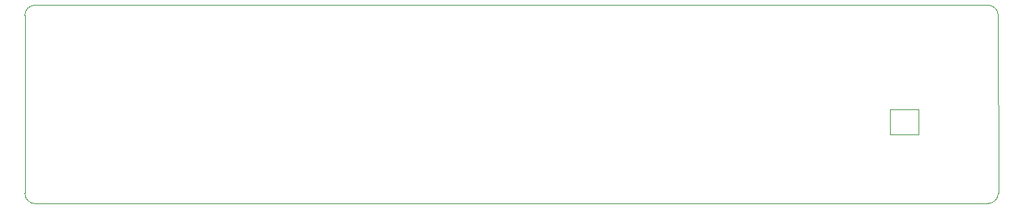
<source format=gm1>
G04 #@! TF.GenerationSoftware,KiCad,Pcbnew,(6.0.6-0)*
G04 #@! TF.CreationDate,2022-09-04T13:15:18-04:00*
G04 #@! TF.ProjectId,dial_toner_mx,6469616c-5f74-46f6-9e65-725f6d782e6b,rev?*
G04 #@! TF.SameCoordinates,Original*
G04 #@! TF.FileFunction,Profile,NP*
%FSLAX46Y46*%
G04 Gerber Fmt 4.6, Leading zero omitted, Abs format (unit mm)*
G04 Created by KiCad (PCBNEW (6.0.6-0)) date 2022-09-04 13:15:18*
%MOMM*%
%LPD*%
G01*
G04 APERTURE LIST*
G04 #@! TA.AperFunction,Profile*
%ADD10C,0.100000*%
G04 #@! TD*
G04 #@! TA.AperFunction,Profile*
%ADD11C,0.120000*%
G04 #@! TD*
G04 APERTURE END LIST*
D10*
X203971026Y-140716000D02*
G75*
G03*
X205241026Y-139446000I0J1270000D01*
G01*
X86877026Y-139455026D02*
X86877026Y-117865026D01*
X205232000Y-117874052D02*
G75*
G03*
X203962000Y-116604052I-1269974J26D01*
G01*
X88147026Y-116595026D02*
G75*
G03*
X86877026Y-117865026I0J-1270000D01*
G01*
X203971026Y-140716000D02*
X88147026Y-140725026D01*
X86877026Y-139455026D02*
G75*
G03*
X88147026Y-140725026I1270000J0D01*
G01*
X88147026Y-116595026D02*
X203962000Y-116604052D01*
X205232000Y-117874052D02*
X205241026Y-139446000D01*
D11*
X195502000Y-129310000D02*
X192102000Y-129310000D01*
X192102000Y-129310000D02*
X192102000Y-132310000D01*
X192102000Y-132310000D02*
X195502000Y-132310000D01*
X195502000Y-132310000D02*
X195502000Y-129310000D01*
M02*

</source>
